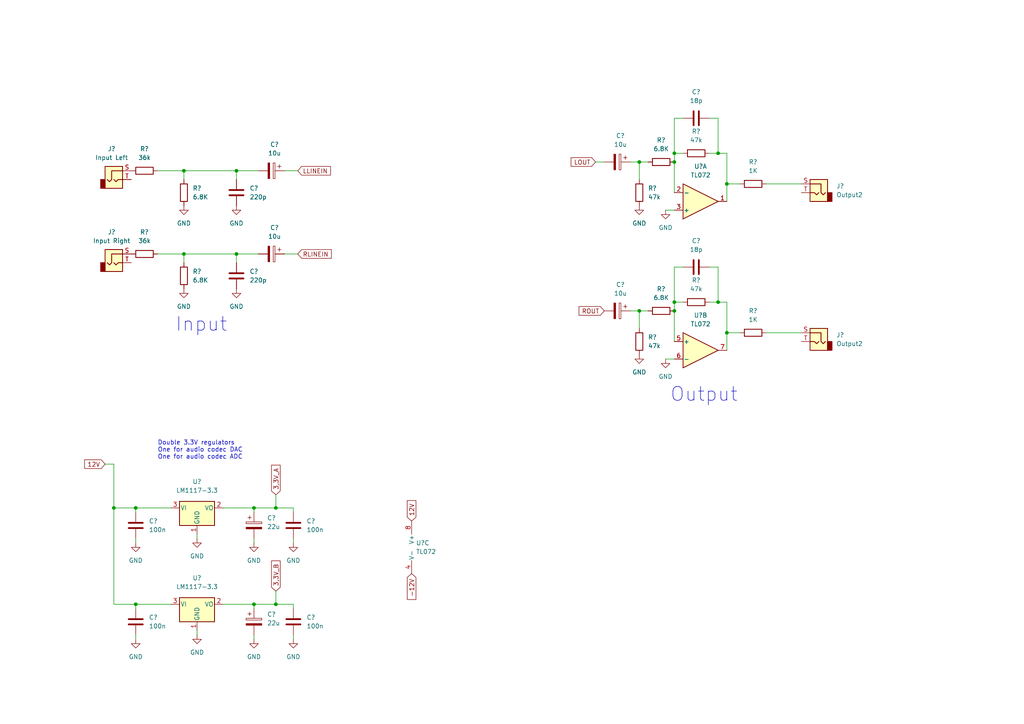
<source format=kicad_sch>
(kicad_sch (version 20211123) (generator eeschema)
  (paper "A4")
  (lib_symbols
    (symbol "Amplifier_Operational:TL072" (pin_names (offset 0.127))
      (property "Reference" "U" (at 0 5.08 0))
      (property "Value" "TL072" (at 0 -5.08 0))
      (symbol "TL072_1_1"
        (polyline (pts (xy -5.08 5.08) (xy 5.08 0) (xy -5.08 -5.08) (xy -5.08 5.08)) (stroke (width 0.254)) (fill (type background)))
        (pin output line (at 7.62 0 180) (length 2.54) (name "~") (number "1"))
        (pin input line (at -7.62 -2.54 0) (length 2.54) (name "-") (number "2"))
        (pin input line (at -7.62 2.54 0) (length 2.54) (name "+") (number "3"))
      )
      (symbol "TL072_2_1"
        (polyline (pts (xy -5.08 5.08) (xy 5.08 0) (xy -5.08 -5.08) (xy -5.08 5.08)) (stroke (width 0.254)) (fill (type background)))
        (pin input line (at -7.62 2.54 0) (length 2.54) (name "+") (number "5"))
        (pin input line (at -7.62 -2.54 0) (length 2.54) (name "-") (number "6"))
        (pin output line (at 7.62 0 180) (length 2.54) (name "~") (number "7"))
      )
      (symbol "TL072_3_1"
        (pin power_in line (at -2.54 -7.62 90) (length 3.81) (name "V-") (number "4"))
        (pin power_in line (at -2.54 7.62 270) (length 3.81) (name "V+") (number "8"))
      )
    )
    (symbol "Connector:AudioJack2"
      (property "Reference" "J" (at 0 8.89 0))
      (property "Value" "AudioJack2" (at 0 6.35 0))
      (symbol "AudioJack2_0_1"
        (rectangle (start -3.81 0) (end -2.54 -2.54) (stroke (width 0.254)) (fill (type outline)))
        (rectangle (start -2.54 3.81) (end 2.54 -2.54) (stroke (width 0.254)) (fill (type background)))
        (polyline (pts (xy 0 0) (xy 0.635 -0.635) (xy 1.27 0) (xy 2.54 0)) (stroke (width 0.254)))
        (polyline (pts (xy 2.54 2.54) (xy -0.635 2.54) (xy -0.635 0) (xy -1.27 -0.635) (xy -1.905 0)) (stroke (width 0.254)))
      )
      (symbol "AudioJack2_1_1"
        (pin passive line (at 5.08 2.54 180) (length 2.54) (name "~") (number "S"))
        (pin passive line (at 5.08 0 180) (length 2.54) (name "~") (number "T"))
      )
    )
    (symbol "Device:C" (pin_numbers hide) (pin_names (offset 0.254))
      (property "Reference" "C" (at 0.635 2.54 0))
      (property "Value" "C" (at 0.635 -2.54 0))
      (symbol "C_0_1"
        (polyline (pts (xy -2.032 -0.762) (xy 2.032 -0.762)) (stroke (width 0.508)))
        (polyline (pts (xy -2.032 0.762) (xy 2.032 0.762)) (stroke (width 0.508)))
      )
      (symbol "C_1_1"
        (pin passive line (at 0 3.81 270) (length 2.794) (name "~") (number "1"))
        (pin passive line (at 0 -3.81 90) (length 2.794) (name "~") (number "2"))
      )
    )
    (symbol "Device:C_Polarized" (pin_numbers hide) (pin_names (offset 0.254))
      (property "Reference" "C" (at 0.635 2.54 0))
      (property "Value" "C_Polarized" (at 0.635 -2.54 0))
      (symbol "C_Polarized_0_1"
        (rectangle (start -2.286 0.508) (end 2.286 1.016))
        (polyline (pts (xy -1.778 2.286) (xy -0.762 2.286)))
        (polyline (pts (xy -1.27 2.794) (xy -1.27 1.778)))
        (rectangle (start 2.286 -0.508) (end -2.286 -1.016) (fill (type outline)))
      )
      (symbol "C_Polarized_1_1"
        (pin passive line (at 0 3.81 270) (length 2.794) (name "~") (number "1"))
        (pin passive line (at 0 -3.81 90) (length 2.794) (name "~") (number "2"))
      )
    )
    (symbol "Device:R" (pin_numbers hide) (pin_names (offset 0))
      (property "Reference" "R" (at 2.032 0 90))
      (property "Value" "R" (at 0 0 90))
      (symbol "R_0_1"
        (rectangle (start -1.016 -2.54) (end 1.016 2.54) (stroke (width 0.254)))
      )
      (symbol "R_1_1"
        (pin passive line (at 0 3.81 270) (length 1.27) (name "~") (number "1"))
        (pin passive line (at 0 -3.81 90) (length 1.27) (name "~") (number "2"))
      )
    )
    (symbol "Regulator_Linear:LM1117-3.3" (pin_names (offset 0.254))
      (property "Reference" "U" (at -3.81 3.175 0))
      (property "Value" "LM1117-3.3" (at 0 3.175 0))
      (symbol "LM1117-3.3_0_1"
        (rectangle (start -5.08 -5.08) (end 5.08 1.905) (stroke (width 0.254)) (fill (type background)))
      )
      (symbol "LM1117-3.3_1_1"
        (pin power_in line (at 0 -7.62 90) (length 2.54) (name "GND") (number "1"))
        (pin power_out line (at 7.62 0 180) (length 2.54) (name "VO") (number "2"))
        (pin power_in line (at -7.62 0 0) (length 2.54) (name "VI") (number "3"))
      )
    )
    (symbol "power:GND" (power) (pin_names (offset 0))
      (property "Value" "GND" (at 0 -3.81 0))
      (symbol "GND_0_1"
        (polyline (pts (xy 0 0) (xy 0 -1.27) (xy 1.27 -1.27) (xy 0 -2.54) (xy -1.27 -1.27) (xy 0 -1.27)))
      )
      (symbol "GND_1_1"
        (pin power_in line (at 0 0 270) (length 0) hide (name "GND") (number "1"))
      )
    )
  )
  (junction (at 73.66 175.26))
  (junction (at 210.82 96.52))
  (junction (at 39.37 147.32))
  (junction (at 185.42 90.17))
  (junction (at 195.58 46.99))
  (junction (at 39.37 175.26))
  (junction (at 195.58 87.63))
  (junction (at 80.01 147.32))
  (junction (at 53.34 49.53))
  (junction (at 195.58 44.45))
  (junction (at 53.34 73.66))
  (junction (at 185.42 46.99))
  (junction (at 80.01 175.26))
  (junction (at 210.82 53.34))
  (junction (at 68.58 73.66))
  (junction (at 73.66 147.32))
  (junction (at 68.58 49.53))
  (junction (at 33.02 147.32))
  (junction (at 208.28 87.63))
  (junction (at 208.28 44.45))
  (junction (at 195.58 90.17))
  (wire (pts (xy 64.77 147.32) (xy 73.66 147.32)))
  (wire (pts (xy 49.53 175.26) (xy 39.37 175.26)))
  (wire (pts (xy 68.58 49.53) (xy 74.93 49.53)))
  (wire (pts (xy 185.42 46.99) (xy 185.42 52.07)))
  (wire (pts (xy 73.66 175.26) (xy 73.66 176.53)))
  (wire (pts (xy 30.48 134.62) (xy 33.02 134.62)))
  (wire (pts (xy 210.82 96.52) (xy 214.63 96.52)))
  (wire (pts (xy 208.28 87.63) (xy 205.74 87.63)))
  (wire (pts (xy 57.15 154.94) (xy 57.15 156.21)))
  (wire (pts (xy 208.28 34.29) (xy 208.28 44.45)))
  (wire (pts (xy 73.66 147.32) (xy 73.66 148.59)))
  (wire (pts (xy 86.36 73.66) (xy 82.55 73.66)))
  (wire (pts (xy 208.28 77.47) (xy 208.28 87.63)))
  (wire (pts (xy 195.58 44.45) (xy 195.58 34.29)))
  (wire (pts (xy 195.58 90.17) (xy 195.58 99.06)))
  (wire (pts (xy 85.09 184.15) (xy 85.09 185.42)))
  (wire (pts (xy 39.37 157.48) (xy 39.37 156.21)))
  (wire (pts (xy 49.53 147.32) (xy 39.37 147.32)))
  (wire (pts (xy 73.66 175.26) (xy 80.01 175.26)))
  (wire (pts (xy 193.04 104.14) (xy 195.58 104.14)))
  (wire (pts (xy 39.37 185.42) (xy 39.37 184.15)))
  (wire (pts (xy 33.02 147.32) (xy 39.37 147.32)))
  (wire (pts (xy 195.58 90.17) (xy 195.58 87.63)))
  (wire (pts (xy 53.34 49.53) (xy 68.58 49.53)))
  (wire (pts (xy 172.72 46.99) (xy 175.26 46.99)))
  (wire (pts (xy 80.01 143.51) (xy 80.01 147.32)))
  (wire (pts (xy 210.82 53.34) (xy 210.82 58.42)))
  (wire (pts (xy 222.25 53.34) (xy 232.41 53.34)))
  (wire (pts (xy 195.58 87.63) (xy 198.12 87.63)))
  (wire (pts (xy 68.58 73.66) (xy 74.93 73.66)))
  (wire (pts (xy 185.42 90.17) (xy 185.42 95.25)))
  (wire (pts (xy 193.04 60.96) (xy 195.58 60.96)))
  (wire (pts (xy 195.58 34.29) (xy 198.12 34.29)))
  (wire (pts (xy 53.34 49.53) (xy 53.34 52.07)))
  (wire (pts (xy 39.37 175.26) (xy 39.37 176.53)))
  (wire (pts (xy 57.15 182.88) (xy 57.15 184.15)))
  (wire (pts (xy 80.01 171.45) (xy 80.01 175.26)))
  (wire (pts (xy 195.58 46.99) (xy 195.58 55.88)))
  (wire (pts (xy 64.77 175.26) (xy 73.66 175.26)))
  (wire (pts (xy 210.82 44.45) (xy 210.82 53.34)))
  (wire (pts (xy 205.74 77.47) (xy 208.28 77.47)))
  (wire (pts (xy 222.25 96.52) (xy 232.41 96.52)))
  (wire (pts (xy 85.09 147.32) (xy 85.09 148.59)))
  (wire (pts (xy 45.72 49.53) (xy 53.34 49.53)))
  (wire (pts (xy 80.01 175.26) (xy 85.09 175.26)))
  (wire (pts (xy 195.58 87.63) (xy 195.58 77.47)))
  (wire (pts (xy 73.66 185.42) (xy 73.66 184.15)))
  (wire (pts (xy 86.36 49.53) (xy 82.55 49.53)))
  (wire (pts (xy 185.42 90.17) (xy 187.96 90.17)))
  (wire (pts (xy 53.34 73.66) (xy 53.34 76.2)))
  (wire (pts (xy 68.58 73.66) (xy 68.58 76.2)))
  (wire (pts (xy 210.82 87.63) (xy 210.82 96.52)))
  (wire (pts (xy 39.37 147.32) (xy 39.37 148.59)))
  (wire (pts (xy 182.88 90.17) (xy 185.42 90.17)))
  (wire (pts (xy 45.72 73.66) (xy 53.34 73.66)))
  (wire (pts (xy 85.09 156.21) (xy 85.09 157.48)))
  (wire (pts (xy 210.82 44.45) (xy 208.28 44.45)))
  (wire (pts (xy 210.82 96.52) (xy 210.82 101.6)))
  (wire (pts (xy 195.58 46.99) (xy 195.58 44.45)))
  (wire (pts (xy 33.02 147.32) (xy 33.02 175.26)))
  (wire (pts (xy 73.66 147.32) (xy 80.01 147.32)))
  (wire (pts (xy 195.58 44.45) (xy 198.12 44.45)))
  (wire (pts (xy 33.02 175.26) (xy 39.37 175.26)))
  (wire (pts (xy 195.58 77.47) (xy 198.12 77.47)))
  (wire (pts (xy 210.82 53.34) (xy 214.63 53.34)))
  (wire (pts (xy 53.34 73.66) (xy 68.58 73.66)))
  (wire (pts (xy 80.01 147.32) (xy 85.09 147.32)))
  (wire (pts (xy 68.58 49.53) (xy 68.58 52.07)))
  (wire (pts (xy 185.42 46.99) (xy 187.96 46.99)))
  (wire (pts (xy 33.02 134.62) (xy 33.02 147.32)))
  (wire (pts (xy 85.09 175.26) (xy 85.09 176.53)))
  (wire (pts (xy 182.88 46.99) (xy 185.42 46.99)))
  (wire (pts (xy 208.28 44.45) (xy 205.74 44.45)))
  (wire (pts (xy 210.82 87.63) (xy 208.28 87.63)))
  (wire (pts (xy 73.66 157.48) (xy 73.66 156.21)))
  (wire (pts (xy 205.74 34.29) (xy 208.28 34.29)))
  (text "Double 3.3V regulators\nOne for audio codec DAC\nOne for audio codec ADC" (at 45.72 133.35 0) (effects (font (size 1.27 1.27)) (justify left bottom)))
  (text "Output" (at 194.31 116.84 0) (effects (font (size 4 4)) (justify left bottom)))
  (text "Input" (at 50.8 96.52 0) (effects (font (size 4 4)) (justify left bottom)))
  (global_label "RLINEIN" (shape input) (at 86.36 73.66 0) (property "Intersheet References" "${INTERSHEET_REFS}" (effects hide)))
  (global_label "3,3V_A" (shape input) (at 80.01 143.51 90) (property "Intersheet References" "${INTERSHEET_REFS}" (effects hide)))
  (global_label "LOUT" (shape input) (at 172.72 46.99 180) (property "Intersheet References" "${INTERSHEET_REFS}" (effects hide)))
  (global_label "12V" (shape input) (at 30.48 134.62 180) (property "Intersheet References" "${INTERSHEET_REFS}" (effects hide)))
  (global_label "-12V" (shape input) (at 119.38 166.37 270) (property "Intersheet References" "${INTERSHEET_REFS}" (effects hide)))
  (global_label "3,3V_B" (shape input) (at 80.01 171.45 90) (property "Intersheet References" "${INTERSHEET_REFS}" (effects hide)))
  (global_label "12V" (shape input) (at 119.38 151.13 90) (property "Intersheet References" "${INTERSHEET_REFS}" (effects hide)))
  (global_label "LLINEIN" (shape input) (at 86.36 49.53 0) (property "Intersheet References" "${INTERSHEET_REFS}" (effects hide)))
  (global_label "ROUT" (shape input) (at 175.26 90.17 180) (property "Intersheet References" "${INTERSHEET_REFS}" (effects hide)))
  (symbol (lib_id "Device:R") (at 53.34 80.01 180) (unit 1)
    (property "Reference" "R?" (at 55.88 78.7399 0) (effects (justify right)))
    (property "Value" "6.8K" (at 55.88 81.2799 0) (effects (justify right)))
  )
  (symbol (lib_id "Device:R") (at 185.42 55.88 180) (unit 1)
    (property "Reference" "R?" (at 187.96 54.6099 0) (effects (justify right)))
    (property "Value" "47k" (at 187.96 57.1499 0) (effects (justify right)))
  )
  (symbol (lib_id "Device:R") (at 185.42 99.06 180) (unit 1)
    (property "Reference" "R?" (at 187.96 97.7899 0) (effects (justify right)))
    (property "Value" "47k" (at 187.96 100.3299 0) (effects (justify right)))
  )
  (symbol (lib_id "Device:R") (at 191.77 46.99 270) (unit 1)
    (property "Reference" "R?" (at 191.77 40.64 90))
    (property "Value" "6.8K" (at 191.77 43.18 90))
  )
  (symbol (lib_id "Device:C") (at 201.93 34.29 270) (unit 1)
    (property "Reference" "C?" (at 201.93 26.67 90))
    (property "Value" "18p" (at 201.93 29.21 90))
  )
  (symbol (lib_id "power:GND") (at 68.58 59.69 0) (unit 1)
    (property "Reference" "#PWR?" (effects hide))
    (property "Value" "GND" (at 68.58 64.77 0))
  )
  (symbol (lib_id "Device:R") (at 41.91 73.66 90) (unit 1)
    (property "Reference" "R?" (at 41.91 67.31 90))
    (property "Value" "36k" (at 41.91 69.85 90))
  )
  (symbol (lib_id "Device:C_Polarized") (at 179.07 46.99 270) (unit 1)
    (property "Reference" "C?" (at 179.959 39.37 90))
    (property "Value" "10u" (at 179.959 41.91 90))
  )
  (symbol (lib_id "Device:C") (at 85.09 180.34 0) (unit 1)
    (property "Reference" "C?" (at 88.9 179.0699 0) (effects (justify left)))
    (property "Value" "100n" (at 88.9 181.6099 0) (effects (justify left)))
  )
  (symbol (lib_id "power:GND") (at 193.04 104.14 0) (unit 1)
    (property "Reference" "#PWR?" (effects hide))
    (property "Value" "GND" (at 193.04 109.22 0))
  )
  (symbol (lib_id "Connector:AudioJack2") (at 237.49 55.88 0) (mirror y) (unit 1)
    (property "Reference" "J?" (at 242.57 53.9749 0) (effects (justify right)))
    (property "Value" "Output2" (at 242.57 56.5149 0) (effects (justify right)))
  )
  (symbol (lib_id "Device:R") (at 53.34 55.88 180) (unit 1)
    (property "Reference" "R?" (at 55.88 54.6099 0) (effects (justify right)))
    (property "Value" "6.8K" (at 55.88 57.1499 0) (effects (justify right)))
  )
  (symbol (lib_id "Device:C_Polarized") (at 78.74 73.66 270) (unit 1)
    (property "Reference" "C?" (at 79.629 66.04 90))
    (property "Value" "10u" (at 79.629 68.58 90))
  )
  (symbol (lib_id "power:GND") (at 193.04 60.96 0) (unit 1)
    (property "Reference" "#PWR?" (effects hide))
    (property "Value" "GND" (at 193.04 66.04 0))
  )
  (symbol (lib_id "power:GND") (at 68.58 83.82 0) (unit 1)
    (property "Reference" "#PWR?" (effects hide))
    (property "Value" "GND" (at 68.58 88.9 0))
  )
  (symbol (lib_id "Regulator_Linear:LM1117-3.3") (at 57.15 175.26 0) (unit 1)
    (property "Reference" "U?" (at 57.15 167.64 0))
    (property "Value" "LM1117-3.3" (at 57.15 170.18 0))
    (property "Datasheet" "http://www.ti.com/lit/ds/symlink/lm1117.pdf" (effects hide))
  )
  (symbol (lib_id "Device:C_Polarized") (at 73.66 152.4 0) (unit 1)
    (property "Reference" "C?" (at 77.47 150.2409 0) (effects (justify left)))
    (property "Value" "22u" (at 77.47 152.7809 0) (effects (justify left)))
  )
  (symbol (lib_id "Amplifier_Operational:TL072") (at 121.92 158.75 0) (unit 3)
    (property "Reference" "U?" (at 120.65 157.4799 0) (effects (justify left)))
    (property "Value" "TL072" (at 120.65 160.0199 0) (effects (justify left)))
    (property "Datasheet" "http://www.ti.com/lit/ds/symlink/tl071.pdf" (effects hide))
  )
  (symbol (lib_id "Device:C") (at 39.37 152.4 0) (unit 1)
    (property "Reference" "C?" (at 43.18 151.1299 0) (effects (justify left)))
    (property "Value" "100n" (at 43.18 153.6699 0) (effects (justify left)))
  )
  (symbol (lib_id "Device:C") (at 39.37 180.34 0) (unit 1)
    (property "Reference" "C?" (at 43.18 179.0699 0) (effects (justify left)))
    (property "Value" "100n" (at 43.18 181.6099 0) (effects (justify left)))
  )
  (symbol (lib_id "Device:C") (at 68.58 55.88 180) (unit 1)
    (property "Reference" "C?" (at 72.39 54.6099 0) (effects (justify right)))
    (property "Value" "220p" (at 72.39 57.1499 0) (effects (justify right)))
  )
  (symbol (lib_id "Device:R") (at 201.93 87.63 270) (unit 1)
    (property "Reference" "R?" (at 201.93 81.28 90))
    (property "Value" "47k" (at 201.93 83.82 90))
  )
  (symbol (lib_id "Device:R") (at 218.44 96.52 270) (unit 1)
    (property "Reference" "R?" (at 218.44 90.17 90))
    (property "Value" "1K" (at 218.44 92.71 90))
  )
  (symbol (lib_id "power:GND") (at 53.34 59.69 0) (unit 1)
    (property "Reference" "#PWR?" (effects hide))
    (property "Value" "GND" (at 53.34 64.77 0))
  )
  (symbol (lib_id "power:GND") (at 85.09 157.48 0) (unit 1)
    (property "Reference" "#PWR?" (effects hide))
    (property "Value" "GND" (at 85.09 162.56 0))
  )
  (symbol (lib_id "power:GND") (at 39.37 157.48 0) (unit 1)
    (property "Reference" "#PWR?" (effects hide))
    (property "Value" "GND" (at 39.37 162.56 0))
  )
  (symbol (lib_id "Connector:AudioJack2") (at 33.02 52.07 0) (unit 1)
    (property "Reference" "J?" (at 32.385 43.18 0))
    (property "Value" "Input Left" (at 32.385 45.72 0))
  )
  (symbol (lib_id "Device:C_Polarized") (at 73.66 180.34 0) (unit 1)
    (property "Reference" "C?" (at 77.47 178.1809 0) (effects (justify left)))
    (property "Value" "22u" (at 77.47 180.7209 0) (effects (justify left)))
  )
  (symbol (lib_id "Device:C_Polarized") (at 179.07 90.17 270) (unit 1)
    (property "Reference" "C?" (at 179.959 82.55 90))
    (property "Value" "10u" (at 179.959 85.09 90))
  )
  (symbol (lib_id "Device:R") (at 201.93 44.45 270) (unit 1)
    (property "Reference" "R?" (at 201.93 38.1 90))
    (property "Value" "47k" (at 201.93 40.64 90))
  )
  (symbol (lib_id "Device:C_Polarized") (at 78.74 49.53 270) (unit 1)
    (property "Reference" "C?" (at 79.629 41.91 90))
    (property "Value" "10u" (at 79.629 44.45 90))
  )
  (symbol (lib_id "power:GND") (at 185.42 59.69 0) (unit 1)
    (property "Reference" "#PWR?" (effects hide))
    (property "Value" "GND" (at 185.42 64.77 0))
  )
  (symbol (lib_id "Device:C") (at 68.58 80.01 180) (unit 1)
    (property "Reference" "C?" (at 72.39 78.7399 0) (effects (justify right)))
    (property "Value" "220p" (at 72.39 81.2799 0) (effects (justify right)))
  )
  (symbol (lib_id "power:GND") (at 53.34 83.82 0) (unit 1)
    (property "Reference" "#PWR?" (effects hide))
    (property "Value" "GND" (at 53.34 88.9 0))
  )
  (symbol (lib_id "power:GND") (at 57.15 156.21 0) (unit 1)
    (property "Reference" "#PWR?" (effects hide))
    (property "Value" "GND" (at 57.15 161.29 0))
  )
  (symbol (lib_id "Device:C") (at 201.93 77.47 270) (unit 1)
    (property "Reference" "C?" (at 201.93 69.85 90))
    (property "Value" "18p" (at 201.93 72.39 90))
  )
  (symbol (lib_id "Regulator_Linear:LM1117-3.3") (at 57.15 147.32 0) (unit 1)
    (property "Reference" "U?" (at 57.15 139.7 0))
    (property "Value" "LM1117-3.3" (at 57.15 142.24 0))
    (property "Datasheet" "http://www.ti.com/lit/ds/symlink/lm1117.pdf" (effects hide))
  )
  (symbol (lib_id "Amplifier_Operational:TL072") (at 203.2 58.42 0) (mirror x) (unit 1)
    (property "Reference" "U?" (at 203.2 48.26 0))
    (property "Value" "TL072" (at 203.2 50.8 0))
    (property "Datasheet" "http://www.ti.com/lit/ds/symlink/tl071.pdf" (effects hide))
  )
  (symbol (lib_id "Connector:AudioJack2") (at 237.49 99.06 0) (mirror y) (unit 1)
    (property "Reference" "J?" (at 242.57 97.1549 0) (effects (justify right)))
    (property "Value" "Output2" (at 242.57 99.6949 0) (effects (justify right)))
  )
  (symbol (lib_id "Device:R") (at 41.91 49.53 90) (unit 1)
    (property "Reference" "R?" (at 41.91 43.18 90))
    (property "Value" "36k" (at 41.91 45.72 90))
  )
  (symbol (lib_id "Device:R") (at 191.77 90.17 270) (unit 1)
    (property "Reference" "R?" (at 191.77 83.82 90))
    (property "Value" "6.8K" (at 191.77 86.36 90))
  )
  (symbol (lib_id "power:GND") (at 73.66 185.42 0) (unit 1)
    (property "Reference" "#PWR?" (effects hide))
    (property "Value" "GND" (at 73.66 190.5 0))
  )
  (symbol (lib_id "Device:C") (at 85.09 152.4 0) (unit 1)
    (property "Reference" "C?" (at 88.9 151.1299 0) (effects (justify left)))
    (property "Value" "100n" (at 88.9 153.6699 0) (effects (justify left)))
  )
  (symbol (lib_id "power:GND") (at 85.09 185.42 0) (unit 1)
    (property "Reference" "#PWR?" (effects hide))
    (property "Value" "GND" (at 85.09 190.5 0))
  )
  (symbol (lib_id "power:GND") (at 39.37 185.42 0) (unit 1)
    (property "Reference" "#PWR?" (effects hide))
    (property "Value" "GND" (at 39.37 190.5 0))
  )
  (symbol (lib_id "Amplifier_Operational:TL072") (at 203.2 101.6 0) (unit 2)
    (property "Reference" "U?" (at 203.2 91.44 0))
    (property "Value" "TL072" (at 203.2 93.98 0))
    (property "Datasheet" "http://www.ti.com/lit/ds/symlink/tl071.pdf" (effects hide))
  )
  (symbol (lib_id "power:GND") (at 185.42 102.87 0) (unit 1)
    (property "Reference" "#PWR?" (effects hide))
    (property "Value" "GND" (at 185.42 107.95 0))
  )
  (symbol (lib_id "Connector:AudioJack2") (at 33.02 76.2 0) (unit 1)
    (property "Reference" "J?" (at 32.385 67.31 0))
    (property "Value" "Input Right" (at 32.385 69.85 0))
  )
  (symbol (lib_id "power:GND") (at 73.66 157.48 0) (unit 1)
    (property "Reference" "#PWR?" (effects hide))
    (property "Value" "GND" (at 73.66 162.56 0))
  )
  (symbol (lib_id "power:GND") (at 57.15 184.15 0) (unit 1)
    (property "Reference" "#PWR?" (effects hide))
    (property "Value" "GND" (at 57.15 189.23 0))
  )
  (symbol (lib_id "Device:R") (at 218.44 53.34 270) (unit 1)
    (property "Reference" "R?" (at 218.44 46.99 90))
    (property "Value" "1K" (at 218.44 49.53 90))
  )
)
</source>
